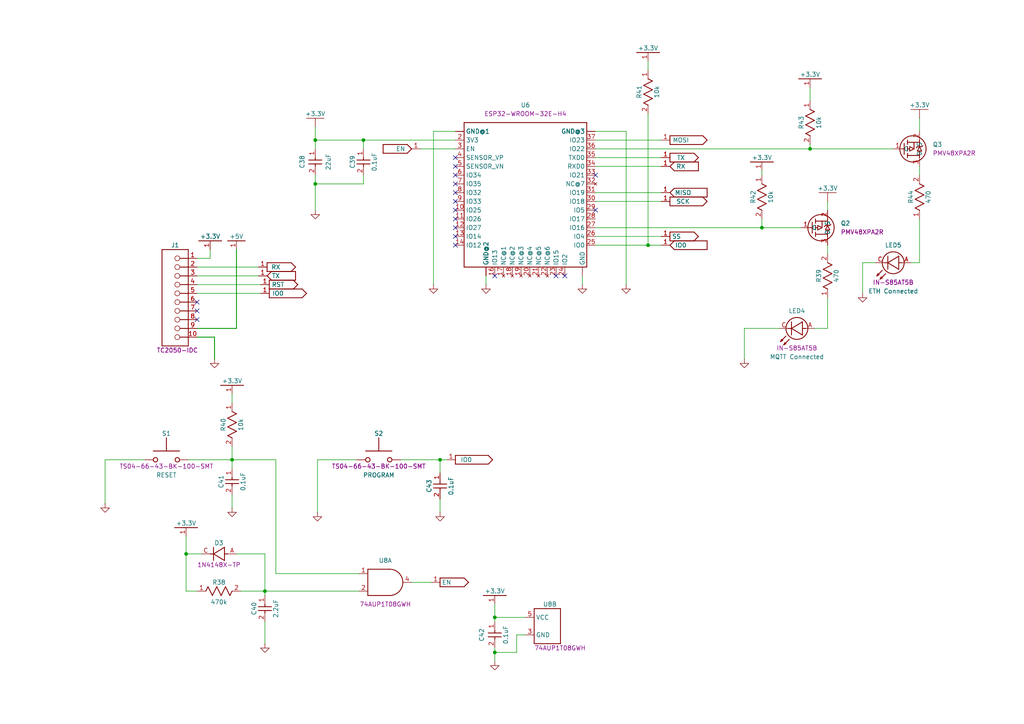
<source format=kicad_sch>
(kicad_sch (version 20231120) (generator "eeschema") (generator_version "8.0")
  (paper "A4")
  (lib_symbols
    (symbol "LED_Controller_Hardware-eagle-import:+3.3V" (power)
      (symbol "+3.3V_1_0"
        (polyline (pts (xy -3.334 3.81) (xy 3.334 3.81)) (stroke (width 0.25)))
        (pin power_in line (at 0 1.27 90) (length 2.54) (name "+3.3V") (number "1"))
      )
    )
    (symbol "LED_Controller_Hardware-eagle-import:+5V" (power)
      (symbol "+5V_1_0"
        (polyline (pts (xy -2.54 3.81) (xy 2.54 3.81)) (stroke (width 0.25)))
        (pin power_in line (at 0 1.27 90) (length 2.54) (name "+5V") (number "1"))
      )
    )
    (symbol "LED_Controller_Hardware-eagle-import:1N4148X"
      (symbol "1N4148X_1_0"
        (polyline (pts (xy -2.54 0) (xy -1.6 0)) (stroke (width 0.25)))
        (polyline (pts (xy -1.6 -1.905) (xy 1.575 0)) (stroke (width 0.25)))
        (polyline (pts (xy -1.6 1.905) (xy -1.6 -1.905)) (stroke (width 0.25)))
        (polyline (pts (xy 1.575 -1.905) (xy 1.575 1.905)) (stroke (width 0.25)))
        (polyline (pts (xy 1.575 0) (xy -1.6 1.905)) (stroke (width 0.25)))
        (polyline (pts (xy 1.575 0) (xy 2.54 0)) (stroke (width 0.25)))
        (pin passive line (at -5.08 0 0) (length 2.54) (name "A") (number "A"))
        (pin passive line (at 5.08 0 180) (length 2.54) (name "C") (number "C"))
      )
    )
    (symbol "LED_Controller_Hardware-eagle-import:CAP-0603"
      (symbol "CAP-0603_1_0"
        (polyline (pts (xy -1.905 -0.552) (xy 1.905 -0.552)) (stroke (width 0.25)))
        (polyline (pts (xy -1.905 0.559) (xy 1.905 0.559)) (stroke (width 0.25)))
        (polyline (pts (xy 0 -0.61) (xy 0 -1.276)) (stroke (width 0.25)))
        (polyline (pts (xy 0 1.245) (xy 0 0.61)) (stroke (width 0.25)))
        (pin passive line (at 0 3.81 270) (length 2.54) (name "1") (number "1"))
        (pin passive line (at 0 -3.81 90) (length 2.54) (name "2") (number "2"))
      )
    )
    (symbol "LED_Controller_Hardware-eagle-import:EN" (power)
      (symbol "EN_1_0"
        (polyline (pts (xy -8.255 -1.27) (xy -8.255 1.27)) (stroke (width 0.25)))
        (polyline (pts (xy -1.27 -1.27) (xy -8.255 -1.27)) (stroke (width 0.25)))
        (polyline (pts (xy -1.27 1.27) (xy -8.255 1.27)) (stroke (width 0.25)))
        (polyline (pts (xy 0 0) (xy -1.27 -1.27)) (stroke (width 0.25)))
        (polyline (pts (xy 0 0) (xy -1.27 1.27)) (stroke (width 0.25)))
        (pin power_in line (at 2.54 0 180) (length 2.54) (name "1") (number "1"))
      )
    )
    (symbol "LED_Controller_Hardware-eagle-import:EN_14" (power)
      (symbol "EN_14_1_0"
        (polyline (pts (xy 0 -1.27) (xy 0 1.27)) (stroke (width 0.25)))
        (polyline (pts (xy 0 -1.27) (xy 6.985 -1.27)) (stroke (width 0.25)))
        (polyline (pts (xy 0 1.27) (xy 6.985 1.27)) (stroke (width 0.25)))
        (polyline (pts (xy 6.985 -1.27) (xy 8.255 0)) (stroke (width 0.25)))
        (polyline (pts (xy 6.985 1.27) (xy 8.255 0)) (stroke (width 0.25)))
        (pin power_in line (at -2.54 0 0) (length 2.54) (name "1") (number "1"))
      )
    )
    (symbol "LED_Controller_Hardware-eagle-import:IO0" (power)
      (symbol "IO0_1_0"
        (polyline (pts (xy 0 -1.27) (xy 0 1.27)) (stroke (width 0.25)))
        (polyline (pts (xy 0 -1.27) (xy 9.525 -1.27)) (stroke (width 0.25)))
        (polyline (pts (xy 0 1.27) (xy 9.525 1.27)) (stroke (width 0.25)))
        (polyline (pts (xy 9.525 -1.27) (xy 10.795 0)) (stroke (width 0.25)))
        (polyline (pts (xy 9.525 1.27) (xy 10.795 0)) (stroke (width 0.25)))
        (pin power_in line (at -2.54 0 0) (length 2.54) (name "1") (number "1"))
      )
    )
    (symbol "LED_Controller_Hardware-eagle-import:IO0_59" (power)
      (symbol "IO0_59_1_0"
        (polyline (pts (xy 0 0) (xy 1.27 -1.27)) (stroke (width 0.25)))
        (polyline (pts (xy 0 0) (xy 1.27 1.27)) (stroke (width 0.25)))
        (polyline (pts (xy 1.27 -1.27) (xy 10.795 -1.27)) (stroke (width 0.25)))
        (polyline (pts (xy 1.27 1.27) (xy 10.795 1.27)) (stroke (width 0.25)))
        (polyline (pts (xy 10.795 -1.27) (xy 10.795 1.27)) (stroke (width 0.25)))
        (pin power_in line (at -2.54 0 0) (length 2.54) (name "1") (number "1"))
      )
    )
    (symbol "LED_Controller_Hardware-eagle-import:MISO" (power)
      (symbol "MISO_1_0"
        (polyline (pts (xy -10.795 -1.27) (xy -10.795 1.27)) (stroke (width 0.25)))
        (polyline (pts (xy -1.27 -1.27) (xy -10.795 -1.27)) (stroke (width 0.25)))
        (polyline (pts (xy -1.27 1.27) (xy -10.795 1.27)) (stroke (width 0.25)))
        (polyline (pts (xy 0 0) (xy -1.27 -1.27)) (stroke (width 0.25)))
        (polyline (pts (xy 0 0) (xy -1.27 1.27)) (stroke (width 0.25)))
        (pin power_in line (at 2.54 0 180) (length 2.54) (name "1") (number "1"))
      )
    )
    (symbol "LED_Controller_Hardware-eagle-import:MOSI" (power)
      (symbol "MOSI_1_0"
        (polyline (pts (xy 0 -1.27) (xy 0 1.27)) (stroke (width 0.25)))
        (polyline (pts (xy 0 -1.27) (xy 9.525 -1.27)) (stroke (width 0.25)))
        (polyline (pts (xy 0 1.27) (xy 9.525 1.27)) (stroke (width 0.25)))
        (polyline (pts (xy 9.525 -1.27) (xy 10.795 0)) (stroke (width 0.25)))
        (polyline (pts (xy 9.525 1.27) (xy 10.795 0)) (stroke (width 0.25)))
        (pin power_in line (at -2.54 0 0) (length 2.54) (name "1") (number "1"))
      )
    )
    (symbol "LED_Controller_Hardware-eagle-import:PROGRAM"
      (symbol "PROGRAM_1_0"
        (circle (center -3.175 0) (radius 0.635) (stroke (width 0.254)))
        (polyline (pts (xy -3.81 2.54) (xy 3.81 2.54)) (stroke (width 0.25)))
        (polyline (pts (xy 0 2.54) (xy 0 6.35)) (stroke (width 0.25)))
        (circle (center 3.175 0) (radius 0.635) (stroke (width 0.254)))
        (pin passive line (at 6.35 0 180) (length 2.54) (name "2") (number "1"))
        (pin passive line (at -6.35 0 0) (length 2.54) (name "1") (number "2"))
        (pin passive line (at 6.35 0 180) (length 2.54) (name "2") (number "3"))
        (pin passive line (at -6.35 0 0) (length 2.54) (name "1") (number "4"))
      )
    )
    (symbol "LED_Controller_Hardware-eagle-import:RES-0603"
      (symbol "RES-0603_1_0"
        (polyline (pts (xy -3.81 0) (xy -3.175 1.27)) (stroke (width 0.25)))
        (polyline (pts (xy -3.175 1.27) (xy -1.905 -1.27)) (stroke (width 0.25)))
        (polyline (pts (xy -1.905 -1.27) (xy -0.635 1.27)) (stroke (width 0.25)))
        (polyline (pts (xy -0.635 1.27) (xy 0.635 -1.27)) (stroke (width 0.25)))
        (polyline (pts (xy 0.635 -1.27) (xy 1.905 1.27)) (stroke (width 0.25)))
        (polyline (pts (xy 1.905 1.27) (xy 3.175 -1.27)) (stroke (width 0.25)))
        (polyline (pts (xy 3.175 -1.27) (xy 3.81 0)) (stroke (width 0.25)))
        (pin passive line (at -6.35 0 0) (length 2.54) (name "1") (number "1"))
        (pin passive line (at 6.35 0 180) (length 2.54) (name "2") (number "2"))
      )
    )
    (symbol "LED_Controller_Hardware-eagle-import:RESET"
      (symbol "RESET_1_0"
        (circle (center -3.175 0) (radius 0.635) (stroke (width 0.254)))
        (polyline (pts (xy -3.81 2.54) (xy 3.81 2.54)) (stroke (width 0.25)))
        (polyline (pts (xy 0 2.54) (xy 0 6.35)) (stroke (width 0.25)))
        (circle (center 3.175 0) (radius 0.635) (stroke (width 0.254)))
        (pin passive line (at 6.35 0 180) (length 2.54) (name "2") (number "1"))
        (pin passive line (at -6.35 0 0) (length 2.54) (name "1") (number "2"))
        (pin passive line (at 6.35 0 180) (length 2.54) (name "2") (number "3"))
        (pin passive line (at -6.35 0 0) (length 2.54) (name "1") (number "4"))
      )
    )
    (symbol "LED_Controller_Hardware-eagle-import:RST" (power)
      (symbol "RST_1_0"
        (polyline (pts (xy 0 -1.27) (xy 0 1.27)) (stroke (width 0.25)))
        (polyline (pts (xy 0 -1.27) (xy 6.985 -1.27)) (stroke (width 0.25)))
        (polyline (pts (xy 0 1.27) (xy 6.985 1.27)) (stroke (width 0.25)))
        (polyline (pts (xy 6.985 -1.27) (xy 8.255 0)) (stroke (width 0.25)))
        (polyline (pts (xy 6.985 1.27) (xy 8.255 0)) (stroke (width 0.25)))
        (pin power_in line (at -2.54 0 0) (length 2.54) (name "1") (number "1"))
      )
    )
    (symbol "LED_Controller_Hardware-eagle-import:RX" (power)
      (symbol "RX_1_0"
        (polyline (pts (xy 0 -1.27) (xy 0 1.27)) (stroke (width 0.25)))
        (polyline (pts (xy 0 -1.27) (xy 6.985 -1.27)) (stroke (width 0.25)))
        (polyline (pts (xy 0 1.27) (xy 6.985 1.27)) (stroke (width 0.25)))
        (polyline (pts (xy 6.985 -1.27) (xy 8.255 0)) (stroke (width 0.25)))
        (polyline (pts (xy 6.985 1.27) (xy 8.255 0)) (stroke (width 0.25)))
        (pin power_in line (at -2.54 0 0) (length 2.54) (name "1") (number "1"))
      )
    )
    (symbol "LED_Controller_Hardware-eagle-import:RX_159" (power)
      (symbol "RX_159_1_0"
        (polyline (pts (xy 0 0) (xy 1.27 -1.27)) (stroke (width 0.25)))
        (polyline (pts (xy 0 0) (xy 1.27 1.27)) (stroke (width 0.25)))
        (polyline (pts (xy 1.27 -1.27) (xy 8.255 -1.27)) (stroke (width 0.25)))
        (polyline (pts (xy 1.27 1.27) (xy 8.255 1.27)) (stroke (width 0.25)))
        (polyline (pts (xy 8.255 -1.27) (xy 8.255 1.27)) (stroke (width 0.25)))
        (pin power_in line (at -2.54 0 0) (length 2.54) (name "1") (number "1"))
      )
    )
    (symbol "LED_Controller_Hardware-eagle-import:SCK" (power)
      (symbol "SCK_1_0"
        (polyline (pts (xy 0 -1.27) (xy 0 1.27)) (stroke (width 0.25)))
        (polyline (pts (xy 0 -1.27) (xy 9.525 -1.27)) (stroke (width 0.25)))
        (polyline (pts (xy 0 1.27) (xy 9.525 1.27)) (stroke (width 0.25)))
        (polyline (pts (xy 9.525 -1.27) (xy 10.795 0)) (stroke (width 0.25)))
        (polyline (pts (xy 9.525 1.27) (xy 10.795 0)) (stroke (width 0.25)))
        (pin power_in line (at -2.54 0 0) (length 2.54) (name "1") (number "1"))
      )
    )
    (symbol "LED_Controller_Hardware-eagle-import:SS" (power)
      (symbol "SS_1_0"
        (polyline (pts (xy 0 -1.27) (xy 0 1.27)) (stroke (width 0.25)))
        (polyline (pts (xy 0 -1.27) (xy 6.985 -1.27)) (stroke (width 0.25)))
        (polyline (pts (xy 0 1.27) (xy 6.985 1.27)) (stroke (width 0.25)))
        (polyline (pts (xy 6.985 -1.27) (xy 8.255 0)) (stroke (width 0.25)))
        (polyline (pts (xy 6.985 1.27) (xy 8.255 0)) (stroke (width 0.25)))
        (pin power_in line (at -2.54 0 0) (length 2.54) (name "1") (number "1"))
      )
    )
    (symbol "LED_Controller_Hardware-eagle-import:TAG-CONNECT_NL_10-POS_LEGS"
      (symbol "TAG-CONNECT_NL_10-POS_LEGS_1_0"
        (polyline (pts (xy -7.62 -13.97) (xy 0 -13.97)) (stroke (width 0.25)))
        (polyline (pts (xy -7.62 13.97) (xy -7.62 -13.97)) (stroke (width 0.25)))
        (polyline (pts (xy 0 -11.43) (xy -2.413 -11.43)) (stroke (width 0.25)))
        (polyline (pts (xy 0 -8.89) (xy -2.413 -8.89)) (stroke (width 0.25)))
        (polyline (pts (xy 0 -6.35) (xy -2.413 -6.35)) (stroke (width 0.25)))
        (polyline (pts (xy 0 -3.81) (xy -2.413 -3.81)) (stroke (width 0.25)))
        (polyline (pts (xy 0 -1.27) (xy -2.413 -1.27)) (stroke (width 0.25)))
        (polyline (pts (xy 0 1.27) (xy -2.413 1.27)) (stroke (width 0.25)))
        (polyline (pts (xy 0 3.81) (xy -2.413 3.81)) (stroke (width 0.25)))
        (polyline (pts (xy 0 6.35) (xy -2.413 6.35)) (stroke (width 0.25)))
        (polyline (pts (xy 0 8.89) (xy -2.413 8.89)) (stroke (width 0.25)))
        (polyline (pts (xy 0 11.43) (xy -2.413 11.43)) (stroke (width 0.25)))
        (polyline (pts (xy 0 13.97) (xy -7.62 13.97)) (stroke (width 0.25)))
        (polyline (pts (xy 0 13.97) (xy 0 -13.97)) (stroke (width 0.25)))
        (pin passive line (at 2.54 11.43 180) (length 2.54) (name "") (number "1"))
        (pin passive line (at 2.54 -11.43 180) (length 2.54) (name "") (number "10"))
        (pin passive line (at 2.54 8.89 180) (length 2.54) (name "") (number "2"))
        (pin passive line (at 2.54 6.35 180) (length 2.54) (name "") (number "3"))
        (pin passive line (at 2.54 3.81 180) (length 2.54) (name "") (number "4"))
        (pin passive line (at 2.54 1.27 180) (length 2.54) (name "") (number "5"))
        (pin passive line (at 2.54 -1.27 180) (length 2.54) (name "") (number "6"))
        (pin passive line (at 2.54 -3.81 180) (length 2.54) (name "") (number "7"))
        (pin passive line (at 2.54 -6.35 180) (length 2.54) (name "") (number "8"))
        (pin passive line (at 2.54 -8.89 180) (length 2.54) (name "") (number "9"))
      )
      (symbol "TAG-CONNECT_NL_10-POS_LEGS_1_1"
        (circle (center -3.175 -11.43) (radius 0.7184))
        (circle (center -3.175 -8.89) (radius 0.7184))
        (circle (center -3.175 -6.35) (radius 0.7184))
        (circle (center -3.175 -3.81) (radius 0.7184))
        (circle (center -3.175 -1.27) (radius 0.7184))
        (circle (center -3.175 1.27) (radius 0.7184))
        (circle (center -3.175 3.81) (radius 0.7184))
        (circle (center -3.175 6.35) (radius 0.7184))
        (circle (center -3.175 8.89) (radius 0.7184))
        (circle (center -3.175 11.43) (radius 0.7184))
      )
    )
    (symbol "LED_Controller_Hardware-eagle-import:TX" (power)
      (symbol "TX_1_0"
        (polyline (pts (xy 0 0) (xy 1.27 -1.27)) (stroke (width 0.25)))
        (polyline (pts (xy 0 0) (xy 1.27 1.27)) (stroke (width 0.25)))
        (polyline (pts (xy 1.27 -1.27) (xy 8.255 -1.27)) (stroke (width 0.25)))
        (polyline (pts (xy 1.27 1.27) (xy 8.255 1.27)) (stroke (width 0.25)))
        (polyline (pts (xy 8.255 -1.27) (xy 8.255 1.27)) (stroke (width 0.25)))
        (pin power_in line (at -2.54 0 0) (length 2.54) (name "1") (number "1"))
      )
    )
    (symbol "LED_Controller_Hardware-eagle-import:TX_52" (power)
      (symbol "TX_52_1_0"
        (polyline (pts (xy 0 -1.27) (xy 0 1.27)) (stroke (width 0.25)))
        (polyline (pts (xy 0 -1.27) (xy 6.985 -1.27)) (stroke (width 0.25)))
        (polyline (pts (xy 0 1.27) (xy 6.985 1.27)) (stroke (width 0.25)))
        (polyline (pts (xy 6.985 -1.27) (xy 8.255 0)) (stroke (width 0.25)))
        (polyline (pts (xy 6.985 1.27) (xy 8.255 0)) (stroke (width 0.25)))
        (pin power_in line (at -2.54 0 0) (length 2.54) (name "1") (number "1"))
      )
    )
    (symbol "RG_Capacitors:CAP-0603"
      (property "Reference" "C" (at 3.175 0 90))
      (symbol "CAP-0603_1_0"
        (polyline (pts (xy -1.905 -0.552) (xy 1.905 -0.552)) (stroke (width 0.25)))
        (polyline (pts (xy -1.905 0.559) (xy 1.905 0.559)) (stroke (width 0.25)))
        (polyline (pts (xy 0 -0.61) (xy 0 -1.276)) (stroke (width 0.25)))
        (polyline (pts (xy 0 1.245) (xy 0 0.61)) (stroke (width 0.25)))
        (pin passive line (at 0 3.81 270) (length 2.54) (name "1") (number "1"))
        (pin passive line (at 0 -3.81 90) (length 2.54) (name "2") (number "2"))
      )
    )
    (symbol "RG_Controllers:ESP32-WROOM-32E"
      (property "Reference" "U" (at 0 24.13 0))
      (property "Mfg. PN" "ESP32-WROOM-32E-H4" (at 0 21.59 0))
      (symbol "ESP32-WROOM-32E_1_0"
        (polyline (pts (xy -17.78 -21.59) (xy -17.78 20.32)) (stroke (width 0.25)))
        (polyline (pts (xy -17.78 20.32) (xy 17.78 20.32)) (stroke (width 0.25)))
        (polyline (pts (xy 17.78 -21.59) (xy -17.78 -21.59)) (stroke (width 0.25)))
        (polyline (pts (xy 17.78 20.32) (xy 17.78 -21.59)) (stroke (width 0.25)))
        (pin power_in line (at -20.32 17.78 0) (length 2.54) (name "GND@1") (number "1"))
        (pin bidirectional line (at -20.32 -5.08 0) (length 2.54) (name "IO25") (number "10"))
        (pin bidirectional line (at -20.32 -7.62 0) (length 2.54) (name "IO26") (number "11"))
        (pin bidirectional line (at -20.32 -10.16 0) (length 2.54) (name "IO27") (number "12"))
        (pin bidirectional line (at -20.32 -12.7 0) (length 2.54) (name "IO14") (number "13"))
        (pin bidirectional line (at -20.32 -15.24 0) (length 2.54) (name "IO12") (number "14"))
        (pin power_in line (at -11.43 -24.13 90) (length 2.54) (name "GND@2") (number "15"))
        (pin bidirectional line (at -8.89 -24.13 90) (length 2.54) (name "IO13") (number "16"))
        (pin no_connect line (at -6.35 -24.13 90) (length 2.54) (name "NC@1") (number "17"))
        (pin no_connect line (at -3.81 -24.13 90) (length 2.54) (name "NC@2") (number "18"))
        (pin no_connect line (at -1.27 -24.13 90) (length 2.54) (name "NC@3") (number "19"))
        (pin power_in line (at -20.32 15.24 0) (length 2.54) (name "3V3") (number "2"))
        (pin no_connect line (at 1.27 -24.13 90) (length 2.54) (name "NC@4") (number "20"))
        (pin no_connect line (at 3.81 -24.13 90) (length 2.54) (name "NC@5") (number "21"))
        (pin no_connect line (at 6.35 -24.13 90) (length 2.54) (name "NC@6") (number "22"))
        (pin bidirectional line (at 8.89 -24.13 90) (length 2.54) (name "IO15") (number "23"))
        (pin bidirectional line (at 11.43 -24.13 90) (length 2.54) (name "IO2") (number "24"))
        (pin bidirectional line (at 20.32 -15.24 180) (length 2.54) (name "IO0") (number "25"))
        (pin bidirectional line (at 20.32 -12.7 180) (length 2.54) (name "IO4") (number "26"))
        (pin bidirectional line (at 20.32 -10.16 180) (length 2.54) (name "IO16") (number "27"))
        (pin bidirectional line (at 20.32 -7.62 180) (length 2.54) (name "IO17") (number "28"))
        (pin bidirectional line (at 20.32 -5.08 180) (length 2.54) (name "IO5") (number "29"))
        (pin input line (at -20.32 12.7 0) (length 2.54) (name "EN") (number "3"))
        (pin bidirectional line (at 20.32 -2.54 180) (length 2.54) (name "IO18") (number "30"))
        (pin bidirectional line (at 20.32 0 180) (length 2.54) (name "IO19") (number "31"))
        (pin no_connect line (at 20.32 2.54 180) (length 2.54) (name "NC@7") (number "32"))
        (pin bidirectional line (at 20.32 5.08 180) (length 2.54) (name "IO21") (number "33"))
        (pin bidirectional line (at 20.32 7.62 180) (length 2.54) (name "RXD0") (number "34"))
        (pin bidirectional line (at 20.32 10.16 180) (length 2.54) (name "TXD0") (number "35"))
        (pin bidirectional line (at 20.32 12.7 180) (length 2.54) (name "IO22") (number "36"))
        (pin bidirectional line (at 20.32 15.24 180) (length 2.54) (name "IO23") (number "37"))
        (pin power_in line (at -20.32 17.78 0) (length 2.54) (name "GND@1") (number "38"))
        (pin power_in line (at 20.32 17.78 180) (length 2.54) (name "GND@3") (number "38"))
        (pin power_in line (at 20.32 17.78 180) (length 2.54) (name "GND@3") (number "38"))
        (pin power_in line (at 16.51 -24.13 90) (length 2.54) (name "GND") (number "39"))
        (pin input line (at -20.32 10.16 0) (length 2.54) (name "SENSOR_VP") (number "4"))
        (pin power_in line (at 20.32 17.78 180) (length 2.54) (name "GND@3") (number "41"))
        (pin power_in line (at -11.43 -24.13 90) (length 2.54) (name "GND@2") (number "45"))
        (pin power_in line (at -20.32 17.78 0) (length 2.54) (name "GND@1") (number "48"))
        (pin power_in line (at -11.43 -24.13 90) (length 2.54) (name "GND@2") (number "48"))
        (pin input line (at -20.32 7.62 0) (length 2.54) (name "SENSOR_VN") (number "5"))
        (pin input line (at -20.32 5.08 0) (length 2.54) (name "IO34") (number "6"))
        (pin input line (at -20.32 2.54 0) (length 2.54) (name "IO35") (number "7"))
        (pin bidirectional line (at -20.32 0 0) (length 2.54) (name "IO32") (number "8"))
        (pin bidirectional line (at -20.32 -2.54 0) (length 2.54) (name "IO33") (number "9"))
      )
    )
    (symbol "RG_Diode:LED"
      (symbol "LED_1_0"
        (polyline (pts (xy -2.534 0.006) (xy -1.594 0.006)) (stroke (width 0.25)))
        (polyline (pts (xy -1.594 -1.899) (xy 1.581 0.006)) (stroke (width 0.25)))
        (polyline (pts (xy -1.594 1.911) (xy -1.594 -1.899)) (stroke (width 0.25)))
        (polyline (pts (xy 1.581 -1.899) (xy 1.581 1.911)) (stroke (width 0.25)))
        (polyline (pts (xy 1.581 0.006) (xy -1.594 1.911)) (stroke (width 0.25)))
        (polyline (pts (xy 1.581 0.006) (xy 2.546 0.006)) (stroke (width 0.25)))
        (polyline (pts (xy 2.216 3.181) (xy 3.816 4.756)) (stroke (width 0.25)))
        (polyline (pts (xy 3.181 2.216) (xy 4.756 3.816)) (stroke (width 0.25)))
        (polyline (pts (xy 3.181 4.451) (xy 3.486 4.121)) (stroke (width 0.25)))
        (polyline (pts (xy 3.486 4.121) (xy 3.816 4.756)) (stroke (width 0.25)))
        (polyline (pts (xy 3.816 4.756) (xy 3.181 4.451)) (stroke (width 0.25)))
        (polyline (pts (xy 4.121 3.486) (xy 4.451 3.181)) (stroke (width 0.25)))
        (polyline (pts (xy 4.451 3.181) (xy 4.756 3.816)) (stroke (width 0.25)))
        (polyline (pts (xy 4.756 3.816) (xy 4.121 3.486)) (stroke (width 0.25)))
        (circle (center 0.006 0.006) (radius 3.175) (stroke (width 0.254)))
        (pin passive line (at -5.08 0 0) (length 2.54) (name "A") (number "A"))
        (pin passive line (at 5.08 0 180) (length 2.54) (name "C") (number "C"))
      )
    )
    (symbol "RG_FETs:PMV48XPA2R"
      (property "Reference" "Q" (at 4.445 0 90))
      (property "Mfg. PN" "PMV48XPA2R" (at -10.795 -2.54 0))
      (symbol "PMV48XPA2R_1_0"
        (circle (center -0.635 0) (radius 3.81) (stroke (width 0.25)))
        (polyline (pts (xy -3.81 0) (xy -3.175 0)) (stroke (width 0.25)))
        (polyline (pts (xy -3.175 1.587) (xy -3.175 -1.587)) (stroke (width 0.25)))
        (polyline (pts (xy -2.222 -1.905) (xy 1.27 -1.905)) (stroke (width 0.25)))
        (polyline (pts (xy -2.222 -1.27) (xy -2.222 -2.54)) (stroke (width 0.25)))
        (polyline (pts (xy -2.222 0) (xy -1.587 0)) (stroke (width 0.25)))
        (polyline (pts (xy -2.222 0.635) (xy -2.222 -0.635)) (stroke (width 0.25)))
        (polyline (pts (xy -2.222 1.27) (xy -2.222 2.54)) (stroke (width 0.25)))
        (polyline (pts (xy -2.222 1.905) (xy 1.27 1.905)) (stroke (width 0.25)))
        (polyline (pts (xy -1.587 -0.635) (xy -1.587 0.635)) (stroke (width 0.25)))
        (polyline (pts (xy -1.587 0.635) (xy -0.317 0)) (stroke (width 0.25)))
        (polyline (pts (xy -0.317 0) (xy -1.587 -0.635)) (stroke (width 0.25)))
        (polyline (pts (xy -0.317 0) (xy -0.317 1.905)) (stroke (width 0.25)))
        (polyline (pts (xy 0.635 -0.635) (xy 1.27 0.635)) (stroke (width 0.25)))
        (polyline (pts (xy 0.635 0.635) (xy 0.317 0.317)) (stroke (width 0.25)))
        (polyline (pts (xy 1.27 -2.54) (xy 1.27 -0.635)) (stroke (width 0.25)))
        (polyline (pts (xy 1.27 0.635) (xy 1.905 -0.635)) (stroke (width 0.25)))
        (polyline (pts (xy 1.27 2.54) (xy 1.27 0.635)) (stroke (width 0.25)))
        (polyline (pts (xy 1.905 -0.635) (xy 0.635 -0.635)) (stroke (width 0.25)))
        (polyline (pts (xy 1.905 0.635) (xy 0.635 0.635)) (stroke (width 0.25)))
        (polyline (pts (xy 1.905 0.635) (xy 2.222 0.952)) (stroke (width 0.25)))
        (pin passive line (at -6.35 0 0) (length 2.54) (name "G") (number "1"))
        (pin passive line (at 1.27 5.08 270) (length 2.54) (name "S") (number "2"))
        (pin passive line (at 1.27 -5.08 90) (length 2.54) (name "D") (number "3"))
      )
    )
    (symbol "RG_Logic:74AUP1T08GWH"
      (property "Reference" "U" (at 0 5.08 0))
      (property "Mfg. PN" "74AUP1T08GWH" (at 0 -5.08 0))
      (symbol "74AUP1T08GWH_1_0"
        (polyline (pts (xy -5.086 -3.81) (xy 1.264 -3.81)) (stroke (width 0.25)))
        (polyline (pts (xy -5.086 3.81) (xy -5.086 -3.81)) (stroke (width 0.25)))
        (polyline (pts (xy -5.086 3.81) (xy 1.264 3.81)) (stroke (width 0.25)))
        (arc (start 1.264 -3.81) (mid 5.0739 0.0001) (end 1.2638 3.81) (stroke (width 0.25)))
        (pin input line (at -7.62 2.54 0) (length 2.54) (name "A") (number "1"))
        (pin input line (at -7.62 -2.54 0) (length 2.54) (name "C") (number "2"))
        (pin output line (at 7.62 0 180) (length 2.54) (name "Y") (number "4"))
      )
      (symbol "74AUP1T08GWH_2_0"
        (polyline (pts (xy -3.81 -5.08) (xy -3.81 5.08)) (stroke (width 0.25)))
        (polyline (pts (xy -3.81 5.08) (xy 3.81 5.08)) (stroke (width 0.25)))
        (polyline (pts (xy 3.81 -5.08) (xy -3.81 -5.08)) (stroke (width 0.25)))
        (polyline (pts (xy 3.81 5.08) (xy 3.81 -5.08)) (stroke (width 0.25)))
        (pin power_in line (at -6.35 -2.54 0) (length 2.54) (name "GND") (number "3"))
        (pin power_in line (at -6.35 2.54 0) (length 2.54) (name "VCC") (number "5"))
      )
    )
    (symbol "RG_Symbols:V+" (power) (pin_numbers hide) (pin_names (offset 0) hide)
      (property "Value" "V+" (at 0 3.556 0))
      (symbol "V+_0_1"
        (polyline (pts (xy -2.54 2.54) (xy 2.54 2.54)))
        (polyline (pts (xy 0 0) (xy 0 2.54)))
      )
      (symbol "V+_1_1"
        (pin power_in line (at 0 0 90) (length 0) (name "~") (number "1"))
      )
    )
    (symbol "power:GNDS" (power) (pin_numbers hide) (pin_names (offset 0) hide)
      (property "Value" "GNDS" (at 0 -3.81 0))
      (symbol "GNDS_0_1"
        (polyline (pts (xy 0 0) (xy 0 -1.27) (xy 1.27 -1.27) (xy 0 -2.54) (xy -1.27 -1.27) (xy 0 -1.27)))
      )
      (symbol "GNDS_1_1"
        (pin power_in line (at 0 0 270) (length 0) (name "~") (number "1"))
      )
    )
  )
  (junction (at 67.31 133.35))
  (junction (at 220.98 66.04))
  (junction (at 143.51 179.07))
  (junction (at 143.51 189.23))
  (junction (at 234.95 43.18))
  (junction (at 187.96 71.12))
  (junction (at 91.44 40.64))
  (junction (at 53.975 160.655))
  (junction (at 76.835 171.45))
  (junction (at 91.44 53.34))
  (junction (at 105.41 40.64))
  (junction (at 127.635 133.35))
  (no_connect (at 132.08 55.88))
  (no_connect (at 143.51 80.01))
  (no_connect (at 57.15 92.71))
  (no_connect (at 172.72 50.8))
  (no_connect (at 132.08 45.72))
  (no_connect (at 132.08 66.04))
  (no_connect (at 132.08 71.12))
  (no_connect (at 132.08 50.8))
  (no_connect (at 163.83 80.01))
  (no_connect (at 132.08 63.5))
  (no_connect (at 132.08 53.34))
  (no_connect (at 172.72 60.96))
  (no_connect (at 57.15 90.17))
  (no_connect (at 132.08 60.96))
  (no_connect (at 161.29 80.01))
  (no_connect (at 132.08 48.26))
  (no_connect (at 132.08 58.42))
  (no_connect (at 132.08 68.58))
  (no_connect (at 57.15 87.63))
  (wire (pts (xy 220.98 63.5) (xy 220.98 66.04)))
  (wire (pts (xy 57.15 74.93) (xy 60.96 74.93)))
  (wire (pts (xy 67.31 143.51) (xy 67.31 147.32)))
  (wire (pts (xy 30.48 133.35) (xy 30.48 146.05)))
  (wire (pts (xy 91.44 40.64) (xy 105.41 40.64)))
  (wire (pts (xy 172.72 68.58) (xy 191.77 68.58)))
  (wire (pts (xy 264.16 76.2) (xy 266.7 76.2)))
  (wire (pts (xy 234.95 41.91) (xy 234.95 43.18)))
  (wire (pts (xy 127.635 144.78) (xy 127.635 148.59)))
  (wire (pts (xy 57.15 77.47) (xy 74.93 77.47)))
  (wire (pts (xy 91.44 53.34) (xy 91.44 60.96)))
  (wire (pts (xy 57.15 85.09) (xy 75.565 85.09)))
  (wire (pts (xy 92.075 133.35) (xy 103.505 133.35)))
  (wire (pts (xy 187.96 17.78) (xy 187.96 20.32)))
  (wire (pts (xy 234.95 25.4) (xy 234.95 29.21)))
  (wire (pts (xy 127.635 133.35) (xy 129.54 133.35)))
  (wire (pts (xy 80.01 133.35) (xy 67.31 133.35)))
  (wire (pts (xy 53.975 155.575) (xy 53.975 160.655)))
  (wire (pts (xy 172.72 45.72) (xy 191.77 45.72)))
  (wire (pts (xy 240.03 95.25) (xy 240.03 86.36)))
  (wire (pts (xy 172.72 71.12) (xy 187.96 71.12)))
  (wire (pts (xy 68.58 160.655) (xy 76.835 160.655)))
  (wire (pts (xy 240.03 58.42) (xy 240.03 60.96)))
  (wire (pts (xy 76.835 180.34) (xy 76.835 186.69)))
  (wire (pts (xy 172.72 58.42) (xy 191.77 58.42)))
  (wire (pts (xy 172.72 43.18) (xy 234.95 43.18)))
  (wire (pts (xy 105.41 50.8) (xy 105.41 53.34)))
  (wire (pts (xy 152.4 184.15) (xy 149.86 184.15)))
  (wire (pts (xy 143.51 189.23) (xy 143.51 191.77)))
  (wire (pts (xy 215.9 95.25) (xy 226.06 95.25)))
  (wire (pts (xy 69.85 171.45) (xy 76.835 171.45)))
  (wire (pts (xy 149.86 189.23) (xy 143.51 189.23)))
  (wire (pts (xy 41.91 133.35) (xy 30.48 133.35)))
  (wire (pts (xy 172.72 38.1) (xy 181.61 38.1)))
  (wire (pts (xy 234.95 43.18) (xy 259.08 43.18)))
  (wire (pts (xy 68.58 95.25) (xy 68.58 72.39)) (stroke (width 0.25)))
  (wire (pts (xy 143.51 179.07) (xy 143.51 180.34)))
  (wire (pts (xy 92.075 133.35) (xy 92.075 148.59)))
  (wire (pts (xy 187.96 33.02) (xy 187.96 71.12)))
  (wire (pts (xy 57.15 171.45) (xy 53.975 171.45)))
  (wire (pts (xy 105.41 40.64) (xy 105.41 43.18)))
  (wire (pts (xy 60.96 74.93) (xy 60.96 72.39)))
  (wire (pts (xy 62.23 97.79) (xy 62.23 104.14)) (stroke (width 0.25)))
  (wire (pts (xy 254 76.2) (xy 250.19 76.2)))
  (wire (pts (xy 127.635 133.35) (xy 127.635 137.16)))
  (wire (pts (xy 76.835 171.45) (xy 76.835 172.72)))
  (wire (pts (xy 80.01 166.37) (xy 80.01 133.35)))
  (wire (pts (xy 140.97 80.01) (xy 140.97 82.55)))
  (wire (pts (xy 104.14 166.37) (xy 80.01 166.37)))
  (wire (pts (xy 67.31 114.3) (xy 67.31 116.84)))
  (wire (pts (xy 57.15 80.01) (xy 74.93 80.01)))
  (wire (pts (xy 121.92 43.18) (xy 132.08 43.18)))
  (wire (pts (xy 250.19 76.2) (xy 250.19 85.09)))
  (wire (pts (xy 91.44 40.64) (xy 91.44 43.18)))
  (wire (pts (xy 125.73 38.1) (xy 125.73 82.55)))
  (wire (pts (xy 132.08 38.1) (xy 125.73 38.1)))
  (wire (pts (xy 172.72 48.26) (xy 191.77 48.26)))
  (wire (pts (xy 220.98 49.53) (xy 220.98 50.8)))
  (wire (pts (xy 143.51 179.07) (xy 152.4 179.07)))
  (wire (pts (xy 91.44 50.8) (xy 91.44 53.34)))
  (wire (pts (xy 105.41 53.34) (xy 91.44 53.34)))
  (wire (pts (xy 181.61 38.1) (xy 181.61 82.55)))
  (wire (pts (xy 168.91 80.01) (xy 168.91 82.55)))
  (wire (pts (xy 149.86 184.15) (xy 149.86 189.23)))
  (wire (pts (xy 187.96 71.12) (xy 191.77 71.12)))
  (wire (pts (xy 266.7 34.29) (xy 266.7 38.1)))
  (wire (pts (xy 53.975 171.45) (xy 53.975 160.655)))
  (wire (pts (xy 143.51 187.96) (xy 143.51 189.23)))
  (wire (pts (xy 57.15 97.79) (xy 62.23 97.79)) (stroke (width 0.25)))
  (wire (pts (xy 104.14 171.45) (xy 76.835 171.45)))
  (wire (pts (xy 67.31 133.35) (xy 67.31 135.89)))
  (wire (pts (xy 116.205 133.35) (xy 127.635 133.35)))
  (wire (pts (xy 266.7 76.2) (xy 266.7 63.5)))
  (wire (pts (xy 266.7 48.26) (xy 266.7 50.8)))
  (wire (pts (xy 172.72 66.04) (xy 220.98 66.04)))
  (wire (pts (xy 220.98 66.04) (xy 232.41 66.04)))
  (wire (pts (xy 76.835 160.655) (xy 76.835 171.45)))
  (wire (pts (xy 105.41 40.64) (xy 132.08 40.64)))
  (wire (pts (xy 67.31 133.35) (xy 67.31 129.54)))
  (wire (pts (xy 240.03 73.66) (xy 240.03 71.12)))
  (wire (pts (xy 91.44 36.83) (xy 91.44 40.64)))
  (wire (pts (xy 172.72 55.88) (xy 191.77 55.88)))
  (wire (pts (xy 54.61 133.35) (xy 67.31 133.35)))
  (wire (pts (xy 236.22 95.25) (xy 240.03 95.25)))
  (wire (pts (xy 172.72 40.64) (xy 191.77 40.64)))
  (wire (pts (xy 215.9 104.14) (xy 215.9 95.25)))
  (wire (pts (xy 119.38 168.91) (xy 125.095 168.91)))
  (wire (pts (xy 53.975 160.655) (xy 58.42 160.655)))
  (wire (pts (xy 143.51 175.26) (xy 143.51 179.07)))
  (wire (pts (xy 57.15 95.25) (xy 68.58 95.25)) (stroke (width 0.25)))
  (wire (pts (xy 75.565 82.55) (xy 57.15 82.55)))
  (symbol (lib_id "RG_Symbols:V+") (at 91.44 36.83 0) (unit 1)
    (property "Reference" "#PWR041" (effects (hide yes)))
    (property "Value" "+3.3V" (at 91.44 33.02 0))
    (property "Description" "Power symbol creates a global label with name \"+1V0\"" (effects (hide yes)))
  )
  (symbol (lib_id "power:GNDS") (at 67.31 147.32 0) (unit 1)
    (property "Reference" "#PWR043" (effects (hide yes)))
    (property "Value" "GNDS" (effects (hide yes)))
    (property "Description" "Power symbol creates a global label with name \"GNDS\" , signal ground" (effects (hide yes)))
  )
  (symbol (lib_id "RG_Logic:74AUP1T08GWH") (at 111.76 168.91 0) (unit 1)
    (property "Reference" "U8" (at 111.76 162.56 0))
    (property "Value" "74AUP1T08GWH" (effects (hide yes)))
    (property "Footprint" "RG_TO_SOT_SMD:SOT23-5P65" (effects (hide yes)))
    (property "Datasheet" "https://assets.nexperia.com/documents/data-sheet/74AUP1T08.pdf" (effects (hide yes)))
    (property "Mfg." "Nexperia USA Inc." (effects (hide yes)))
    (property "Mfg. PN" "74AUP1T08GWH" (at 111.76 175.26 0))
    (property "Distributor" "Digikey" (effects (hide yes)))
    (property "Distributor PN" "1727-7724-2-ND" (effects (hide yes)))
  )
  (symbol (lib_id "LED_Controller_Hardware-eagle-import:IO0") (at 132.08 133.35 0) (unit 1)
    (property "Reference" "#NetPort093" (effects (hide yes)))
    (property "Value" "IO0" (at 135.255 133.35 0))
  )
  (symbol (lib_id "LED_Controller_Hardware-eagle-import:+5V") (at 68.58 73.66 0) (unit 1)
    (property "Reference" "#NetPort088" (effects (hide yes)))
    (property "Value" "+5V" (at 68.58 68.58 0))
  )
  (symbol (lib_id "LED_Controller_Hardware-eagle-import:RES-0603") (at 234.95 35.56 270) (unit 1)
    (property "Reference" "R43" (at 232.41 35.56 0))
    (property "Value" "10k" (at 237.49 35.56 0))
    (property "Footprint" "RG_Resistors_SMD:0603" (effects (hide yes)))
    (property "Description" "RES-0603" (effects (hide yes)))
    (property "Mfg." "Stackpole Electronics Inc" (effects (hide yes)))
    (property "Mfg. PN" "RMCF0603FT10K0" (effects (hide yes)))
    (property "Distributor" "Digikey" (effects (hide yes)))
    (property "Distributor PN" "RMCF0603FT10K0TR-ND" (effects (hide yes)))
  )
  (symbol (lib_id "RG_Controllers:ESP32-WROOM-32E") (at 152.4 55.88 0) (unit 1)
    (property "Reference" "U6" (at 152.4 30.48 0))
    (property "Value" "ESP32-WROOM-32E" (effects (hide yes)))
    (property "Footprint" "RG_Modules:ESP32-WROOM_PCBANT" (effects (hide yes)))
    (property "Datasheet" "https://www.espressif.com/sites/default/files/documentation/esp32-wroom-32e_esp32-wroom-32ue_datasheet_en.pdf" (effects (hide yes)))
    (property "Description" "ESP32 w/ PCB Antenna" (effects (hide yes)))
    (property "Mfg." "Expressif" (effects (hide yes)))
    (property "Mfg. PN" "ESP32-WROOM-32E-H4" (at 152.4 33.02 0))
    (property "Distributor" "Digikey" (effects (hide yes)))
    (property "Distributor PN" "1965-ESP32-WROOM-32E-H4TR-ND" (effects (hide yes)))
  )
  (symbol (lib_id "LED_Controller_Hardware-eagle-import:RES-0603") (at 266.7 57.15 90) (unit 1)
    (property "Reference" "R44" (at 264.16 57.15 0))
    (property "Value" "470" (at 269.24 57.15 0))
    (property "Footprint" "RG_Resistors_SMD:0603" (effects (hide yes)))
    (property "Description" "RES-0603" (effects (hide yes)))
    (property "Mfg." "Stackpole Electronics Inc" (effects (hide yes)))
    (property "Mfg. PN" "RMCF0603FT470R" (effects (hide yes)))
    (property "Distributor" "Digikey" (effects (hide yes)))
    (property "Distributor PN" "RMCF0603FT470RTR-ND" (effects (hide yes)))
  )
  (symbol (lib_id "LED_Controller_Hardware-eagle-import:PROGRAM") (at 109.855 133.35 0) (unit 1)
    (property "Reference" "S2" (at 109.855 125.73 0))
    (property "Value" "PROGRAM" (at 109.855 137.795 0))
    (property "Footprint" "RG_Switches:SW_TS04-66-65-BK-260-SMT" (effects (hide yes)))
    (property "Datasheet" "https://www.cuidevices.com/product/resource/ts04.pdf" (effects (hide yes)))
    (property "Description" "6 x 6 mm, 6.5 mm Actuator Height, 260 gf, Black, Surface Mount, SPST, Tactile Switch" (effects (hide yes)))
    (property "Mfg." "CUI Devices" (effects (hide yes)))
    (property "Mfg. PN" "TS04-66-43-BK-100-SMT" (at 109.855 135.255 0))
    (property "Distributor" "Digikey" (effects (hide yes)))
    (property "Distributor PN" "2223-TS04-66-43-BK-100-SMT-ND" (effects (hide yes)))
  )
  (symbol (lib_id "power:GNDS") (at 215.9 104.14 0) (unit 1)
    (property "Reference" "#PWR055" (effects (hide yes)))
    (property "Value" "GNDS" (effects (hide yes)))
    (property "Description" "Power symbol creates a global label with name \"GNDS\" , signal ground" (effects (hide yes)))
  )
  (symbol (lib_id "LED_Controller_Hardware-eagle-import:RST") (at 78.105 82.55 0) (unit 1)
    (property "Reference" "#NetPort091" (effects (hide yes)))
    (property "Value" "RST" (at 80.645 82.55 0))
  )
  (symbol (lib_id "power:GNDS") (at 76.835 186.69 0) (unit 1)
    (property "Reference" "#PWR044" (effects (hide yes)))
    (property "Value" "GNDS" (effects (hide yes)))
    (property "Description" "Power symbol creates a global label with name \"GNDS\" , signal ground" (effects (hide yes)))
  )
  (symbol (lib_id "LED_Controller_Hardware-eagle-import:RX") (at 77.47 77.47 0) (unit 1)
    (property "Reference" "#NetPort089" (effects (hide yes)))
    (property "Value" "RX" (at 80.01 77.47 0))
  )
  (symbol (lib_id "LED_Controller_Hardware-eagle-import:CAP-0603") (at 76.835 176.53 0) (unit 1)
    (property "Reference" "C40" (at 73.66 176.53 90))
    (property "Value" "2.2uF" (at 80.01 176.53 90))
    (property "Footprint" "RG_Capacitors_SMD:0603" (effects (hide yes)))
    (property "Description" "CAP-0603" (effects (hide yes)))
    (property "Mfg." "Samsung Electro-Mechanics" (effects (hide yes)))
    (property "Mfg. PN" "CL10A225KP8NNNC" (effects (hide yes)))
    (property "Distributor" "Digikey" (effects (hide yes)))
    (property "Distributor PN" "1276-1085-2-ND" (effects (hide yes)))
  )
  (symbol (lib_id "LED_Controller_Hardware-eagle-import:TX") (at 77.47 80.01 0) (unit 1)
    (property "Reference" "#NetPort090" (effects (hide yes)))
    (property "Value" "TX" (at 80.01 80.01 0))
  )
  (symbol (lib_id "LED_Controller_Hardware-eagle-import:1N4148X") (at 63.5 160.655 180) (unit 1)
    (property "Reference" "D3" (at 63.5 157.48 0))
    (property "Value" "1N4148X" (effects (hide yes)))
    (property "Footprint" "RG_Diode:SOD-523-D" (effects (hide yes)))
    (property "Datasheet" "https://www.mccsemi.com/pdf/Products/1N4148X(SOD-523).PDF" (effects (hide yes)))
    (property "Mfg." "Micro Commercial" (effects (hide yes)))
    (property "Mfg. PN" "1N4148X-TP" (at 63.5 163.83 0))
    (property "Distributor" "Digikey" (effects (hide yes)))
    (property "Distributor PN" "1N4148XTPMSTR-ND" (effects (hide yes)))
  )
  (symbol (lib_id "LED_Controller_Hardware-eagle-import:MOSI") (at 194.31 40.64 0) (unit 1)
    (property "Reference" "#NetPort082" (effects (hide yes)))
    (property "Value" "MOSI" (at 197.485 40.64 0))
  )
  (symbol (lib_id "power:GNDS") (at 92.075 148.59 0) (unit 1)
    (property "Reference" "#PWR054" (effects (hide yes)))
    (property "Value" "GNDS" (effects (hide yes)))
    (property "Description" "Power symbol creates a global label with name \"GNDS\" , signal ground" (effects (hide yes)))
  )
  (symbol (lib_id "RG_Logic:74AUP1T08GWH") (at 158.75 181.61 0) (unit 2)
    (property "Reference" "U8" (at 157.48 175.26 0) (effects (justify left)))
    (property "Value" "74AUP1T08GWH" (effects (hide yes)))
    (property "Footprint" "RG_TO_SOT_SMD:SOT23-5P65" (effects (hide yes)))
    (property "Datasheet" "https://assets.nexperia.com/documents/data-sheet/74AUP1T08.pdf" (effects (hide yes)))
    (property "Mfg." "Nexperia USA Inc." (effects (hide yes)))
    (property "Mfg. PN" "74AUP1T08GWH" (at 154.94 187.96 0) (effects (justify left)))
    (property "Distributor" "Digikey" (effects (hide yes)))
    (property "Distributor PN" "1727-7724-2-ND" (effects (hide yes)))
  )
  (symbol (lib_id "RG_Capacitors:CAP-0603") (at 91.44 46.99 0) (unit 1)
    (property "Reference" "C38" (at 87.63 48.895 90) (effects (justify left)))
    (property "Value" "22uF" (at 95.25 46.99 90))
    (property "Footprint" "RG_Capacitors_SMD:0603" (effects (hide yes)))
    (property "Mfg." "Samsung Electro-Mechanics" (effects (hide yes)))
    (property "Mfg. PN" "CL10A226MP8NUNE" (effects (hide yes)))
    (property "Distributor" "Digikey" (effects (hide yes)))
    (property "Distributor PN" "1276-1274-2-ND" (effects (hide yes)))
  )
  (symbol (lib_id "LED_Controller_Hardware-eagle-import:CAP-0603") (at 143.51 184.15 0) (unit 1)
    (property "Reference" "C42" (at 139.7 184.15 90))
    (property "Value" "0.1uF" (at 146.685 184.15 90))
    (property "Footprint" "RG_Capacitors_SMD:0603" (effects (hide yes)))
    (property "Description" "CAP-0603" (effects (hide yes)))
    (property "Mfg." "Taiyo Yuden" (effects (hide yes)))
    (property "Mfg. PN" "TMK107BJ104KA-T" (effects (hide yes)))
    (property "Distributor" "Digikey" (effects (hide yes)))
    (property "Distributor PN" "587-1245-2-ND" (effects (hide yes)))
  )
  (symbol (lib_id "LED_Controller_Hardware-eagle-import:+3.3V") (at 143.51 176.53 0) (unit 1)
    (property "Reference" "#NetPort077" (effects (hide yes)))
    (property "Value" "+3.3V" (at 143.51 171.45 0))
  )
  (symbol (lib_id "LED_Controller_Hardware-eagle-import:RES-0603") (at 187.96 26.67 270) (unit 1)
    (property "Reference" "R41" (at 185.42 26.67 0))
    (property "Value" "10k" (at 190.5 26.67 0))
    (property "Footprint" "RG_Resistors_SMD:0603" (effects (hide yes)))
    (property "Description" "RES-0603" (effects (hide yes)))
    (property "Mfg." "Stackpole Electronics Inc" (effects (hide yes)))
    (property "Mfg. PN" "RMCF0603FT10K0" (effects (hide yes)))
    (property "Distributor" "Digikey" (effects (hide yes)))
    (property "Distributor PN" "RMCF0603FT10K0TR-ND" (effects (hide yes)))
  )
  (symbol (lib_id "LED_Controller_Hardware-eagle-import:+3.3V") (at 187.96 19.05 0) (unit 1)
    (property "Reference" "#NetPort095" (effects (hide yes)))
    (property "Value" "+3.3V" (at 187.96 13.97 0))
  )
  (symbol (lib_id "power:GNDS") (at 181.61 82.55 0) (unit 1)
    (property "Reference" "#PWR050" (effects (hide yes)))
    (property "Value" "GNDS" (effects (hide yes)))
    (property "Description" "Power symbol creates a global label with name \"GNDS\" , signal ground" (effects (hide yes)))
  )
  (symbol (lib_id "LED_Controller_Hardware-eagle-import:IO0_59") (at 194.31 71.12 0) (unit 1)
    (property "Reference" "#NetPort081" (effects (hide yes)))
    (property "Value" "IO0" (at 197.485 71.12 0))
  )
  (symbol (lib_id "LED_Controller_Hardware-eagle-import:RESET") (at 48.26 133.35 0) (unit 1)
    (property "Reference" "S1" (at 48.26 125.73 0))
    (property "Value" "RESET" (at 48.26 137.795 0))
    (property "Footprint" "RG_Switches:SW_TS04-66-65-BK-260-SMT" (effects (hide yes)))
    (property "Datasheet" "https://www.cuidevices.com/product/resource/ts04.pdf" (effects (hide yes)))
    (property "Description" "SWITCH TACTILE SPST-NO 0.05A 12V" (effects (hide yes)))
    (property "Mfg." "CUI Devices" (effects (hide yes)))
    (property "Mfg. PN" "TS04-66-43-BK-100-SMT" (at 48.26 135.255 0))
    (property "Distributor" "Digikey" (effects (hide yes)))
    (property "Distributor PN" "2223-TS04-66-43-BK-100-SMT-ND" (effects (hide yes)))
  )
  (symbol (lib_id "LED_Controller_Hardware-eagle-import:+3.3V") (at 67.31 115.57 0) (unit 1)
    (property "Reference" "#NetPort094" (effects (hide yes)))
    (property "Value" "+3.3V" (at 67.31 110.49 0))
  )
  (symbol (lib_id "LED_Controller_Hardware-eagle-import:EN") (at 119.38 43.18 0) (unit 1)
    (property "Reference" "#NetPort079" (effects (hide yes)))
    (property "Value" "EN" (at 116.205 43.18 0))
  )
  (symbol (lib_id "power:GNDS") (at 30.48 146.05 0) (unit 1)
    (property "Reference" "#PWR051" (effects (hide yes)))
    (property "Value" "GNDS" (effects (hide yes)))
    (property "Description" "Power symbol creates a global label with name \"GNDS\" , signal ground" (effects (hide yes)))
  )
  (symbol (lib_id "LED_Controller_Hardware-eagle-import:RES-0603") (at 67.31 123.19 270) (unit 1)
    (property "Reference" "R40" (at 64.77 123.19 0))
    (property "Value" "10k" (at 69.85 123.19 0))
    (property "Footprint" "RG_Resistors_SMD:0603" (effects (hide yes)))
    (property "Description" "RES-0603" (effects (hide yes)))
    (property "Mfg." "Stackpole Electronics Inc" (effects (hide yes)))
    (property "Mfg. PN" "RMCF0603FT10K0" (effects (hide yes)))
    (property "Distributor" "Digikey" (effects (hide yes)))
    (property "Distributor PN" "RMCF0603FT10K0TR-ND" (effects (hide yes)))
  )
  (symbol (lib_id "LED_Controller_Hardware-eagle-import:SS") (at 194.31 68.58 0) (unit 1)
    (property "Reference" "#NetPort080" (effects (hide yes)))
    (property "Value" "SS" (at 196.215 68.58 0))
  )
  (symbol (lib_id "LED_Controller_Hardware-eagle-import:IO0") (at 78.105 85.09 0) (unit 1)
    (property "Reference" "#NetPort092" (effects (hide yes)))
    (property "Value" "IO0" (at 80.645 85.09 0))
  )
  (symbol (lib_id "power:GNDS") (at 91.44 60.96 0) (unit 1)
    (property "Reference" "#PWR042" (effects (hide yes)))
    (property "Value" "GNDS" (effects (hide yes)))
    (property "Description" "Power symbol creates a global label with name \"GNDS\" , signal ground" (effects (hide yes)))
  )
  (symbol (lib_id "LED_Controller_Hardware-eagle-import:SCK") (at 194.31 58.42 0) (unit 1)
    (property "Reference" "#NetPort086" (effects (hide yes)))
    (property "Value" "SCK" (at 198.12 58.42 0))
  )
  (symbol (lib_id "LED_Controller_Hardware-eagle-import:CAP-0603") (at 105.41 46.99 0) (unit 1)
    (property "Reference" "C39" (at 102.235 46.99 90))
    (property "Value" "0.1uF" (at 108.585 46.99 90))
    (property "Footprint" "RG_Capacitors_SMD:0603" (effects (hide yes)))
    (property "Description" "CAP-0603" (effects (hide yes)))
    (property "Mfg." "Taiyo Yuden" (effects (hide yes)))
    (property "Mfg. PN" "TMK107BJ104KA-T" (effects (hide yes)))
    (property "Distributor" "Digikey" (effects (hide yes)))
    (property "Distributor PN" "587-1245-2-ND" (effects (hide yes)))
  )
  (symbol (lib_id "LED_Controller_Hardware-eagle-import:TAG-CONNECT_NL_10-POS_LEGS") (at 54.61 86.36 0) (unit 1)
    (property "Reference" "J1" (at 50.8 71.12 0))
    (property "Value" "TAG-CONNECT_NL_10-POS_LEGS" (effects (hide yes)))
    (property "Footprint" "RG_Programmers:TC2050-IDC" (effects (hide yes)))
    (property "Datasheet" "http://www.tag-connect.com/TC2050-IDC-NL" (effects (hide yes)))
    (property "Description" "Tag-Connect_NL 10-Pos Legs" (effects (hide yes)))
    (property "Mfg." "Tag-Connect" (effects (hide yes)))
    (property "Mfg. PN" "TC2050-IDC" (at 51.435 101.6 0))
    (property "Distributor" "Digikey" (effects (hide yes)))
    (property "Distributor PN" "TC2050-IDC-ND" (effects (hide yes)))
  )
  (symbol (lib_id "LED_Controller_Hardware-eagle-import:RX_159") (at 194.31 48.26 0) (unit 1)
    (property "Reference" "#NetPort084" (effects (hide yes)))
    (property "Value" "RX" (at 197.485 48.26 0))
  )
  (symbol (lib_id "RG_Symbols:V+") (at 240.03 58.42 0) (unit 1)
    (property "Reference" "#PWR046" (effects (hide yes)))
    (property "Value" "+3.3V" (at 240.03 54.61 0))
    (property "Description" "Power symbol creates a global label with name \"+1V0\"" (effects (hide yes)))
  )
  (symbol (lib_id "power:GNDS") (at 250.19 85.09 0) (unit 1)
    (property "Reference" "#PWR057" (effects (hide yes)))
    (property "Value" "GNDS" (effects (hide yes)))
    (property "Description" "Power symbol creates a global label with name \"GNDS\" , signal ground" (effects (hide yes)))
  )
  (symbol (lib_id "power:GNDS") (at 62.23 104.14 0) (unit 1)
    (property "Reference" "#PWR045" (effects (hide yes)))
    (property "Value" "GNDS" (effects (hide yes)))
    (property "Description" "Power symbol creates a global label with name \"GNDS\" , signal ground" (effects (hide yes)))
  )
  (symbol (lib_id "LED_Controller_Hardware-eagle-import:RES-0603") (at 240.03 80.01 90) (unit 1)
    (property "Reference" "R39" (at 237.49 80.01 0))
    (property "Value" "470" (at 242.57 80.01 0))
    (property "Footprint" "RG_Resistors_SMD:0603" (effects (hide yes)))
    (property "Description" "RES-0603" (effects (hide yes)))
    (property "Mfg." "Stackpole Electronics Inc" (effects (hide yes)))
    (property "Mfg. PN" "RMCF0603FT470R" (effects (hide yes)))
    (property "Distributor" "Digikey" (effects (hide yes)))
    (property "Distributor PN" "RMCF0603FT470RTR-ND" (effects (hide yes)))
  )
  (symbol (lib_id "LED_Controller_Hardware-eagle-import:+3.3V") (at 60.96 73.66 0) (unit 1)
    (property "Reference" "#NetPort087" (effects (hide yes)))
    (property "Value" "+3.3V" (at 60.96 68.58 0))
  )
  (symbol (lib_id "LED_Controller_Hardware-eagle-import:EN_14") (at 127.635 168.91 0) (unit 1)
    (property "Reference" "#NetPort078" (effects (hide yes)))
    (property "Value" "EN" (at 129.54 168.91 0))
  )
  (symbol (lib_id "LED_Controller_Hardware-eagle-import:RES-0603") (at 63.5 171.45 0) (unit 1)
    (property "Reference" "R38" (at 63.5 168.91 0))
    (property "Value" "470k" (at 63.5 174.625 0))
    (property "Footprint" "RG_Resistors_SMD:0603" (effects (hide yes)))
    (property "Description" "CAP-0603" (effects (hide yes)))
    (property "Mfg." "Stackpole Electronics Inc" (effects (hide yes)))
    (property "Mfg. PN" "RMCF0603FT470K" (effects (hide yes)))
    (property "Distributor" "Digikey" (effects (hide yes)))
    (property "Distributor PN" "RMCF0603FT470KTR-ND" (effects (hide yes)))
  )
  (symbol (lib_id "RG_Symbols:V+") (at 266.7 34.29 0) (unit 1)
    (property "Reference" "#PWR056" (effects (hide yes)))
    (property "Value" "+3.3V" (at 266.7 30.48 0))
    (property "Description" "Power symbol creates a global label with name \"+1V0\"" (effects (hide yes)))
  )
  (symbol (lib_id "LED_Controller_Hardware-eagle-import:TX_52") (at 194.31 45.72 0) (unit 1)
    (property "Reference" "#NetPort083" (effects (hide yes)))
    (property "Value" "TX" (at 197.485 45.72 0))
  )
  (symbol (lib_id "power:GNDS") (at 168.91 82.55 0) (unit 1)
    (property "Reference" "#PWR047" (effects (hide yes)))
    (property "Value" "GNDS" (effects (hide yes)))
    (property "Description" "Power symbol creates a global label with name \"GNDS\" , signal ground" (effects (hide yes)))
  )
  (symbol (lib_id "power:GNDS") (at 127.635 148.59 0) (unit 1)
    (property "Reference" "#PWR053" (effects (hide yes)))
    (property "Value" "GNDS" (effects (hide yes)))
    (property "Description" "Power symbol creates a global label with name \"GNDS\" , signal ground" (effects (hide yes)))
  )
  (symbol (lib_id "LED_Controller_Hardware-eagle-import:+3.3V") (at 234.95 26.67 0) (unit 1)
    (property "Reference" "#NetPort097" (effects (hide yes)))
    (property "Value" "+3.3V" (at 234.95 21.59 0))
  )
  (symbol (lib_id "LED_Controller_Hardware-eagle-import:+3.3V") (at 53.975 156.845 0) (unit 1)
    (property "Reference" "#NetPort075" (effects (hide yes)))
    (property "Value" "+3.3V" (at 53.975 151.765 0))
  )
  (symbol (lib_id "power:GNDS") (at 143.51 191.77 0) (unit 1)
    (property "Reference" "#PWR052" (effects (hide yes)))
    (property "Value" "GNDS" (effects (hide yes)))
    (property "Description" "Power symbol creates a global label with name \"GNDS\" , signal ground" (effects (hide yes)))
  )
  (symbol (lib_id "LED_Controller_Hardware-eagle-import:CAP-0603") (at 67.31 139.7 0) (unit 1)
    (property "Reference" "C41" (at 64.135 139.7 90))
    (property "Value" "0.1uF" (at 70.485 139.7 90))
    (property "Footprint" "RG_Capacitors_SMD:0603" (effects (hide yes)))
    (property "Description" "CAP-0603" (effects (hide yes)))
    (property "Mfg." "Taiyo Yuden" (effects (hide yes)))
    (property "Mfg. PN" "TMK107BJ104KA-T" (effects (hide yes)))
    (property "Distributor" "Digikey" (effects (hide yes)))
    (property "Distributor PN" "587-1245-2-ND" (effects (hide yes)))
  )
  (symbol (lib_id "RG_Diode:LED") (at 259.08 76.2 180) (unit 1)
    (property "Reference" "LED5" (at 259.08 71.12 0))
    (property "Value" "ETH Connected" (at 259.08 84.455 0))
    (property "Footprint" "RG_Diode:0805-D" (effects (hide yes)))
    (property "Datasheet" "https://www.inolux-corp.com/datasheet/SMDLED/Mono%20Color%20Top%20View/IN-S85AT%20Series_V1.1.pdf" (effects (hide yes)))
    (property "Mfg." "Inolux" (effects (hide yes)))
    (property "Mfg. PN" "IN-S85AT5B" (at 259.08 81.915 0))
    (property "Distributor" "Digikey" (effects (hide yes)))
    (property "Distributor PN" "1830-1078-2-ND" (effects (hide yes)))
  )
  (symbol (lib_id "LED_Controller_Hardware-eagle-import:RES-0603") (at 220.98 57.15 270) (unit 1)
    (property "Reference" "R42" (at 218.44 57.15 0))
    (property "Value" "10k" (at 223.52 57.15 0))
    (property "Footprint" "RG_Resistors_SMD:0603" (effects (hide yes)))
    (property "Description" "RES-0603" (effects (hide yes)))
    (property "Mfg." "Stackpole Electronics Inc" (effects (hide yes)))
    (property "Mfg. PN" "RMCF0603FT10K0" (effects (hide yes)))
    (property "Distributor" "Digikey" (effects (hide yes)))
    (property "Distributor PN" "RMCF0603FT10K0TR-ND" (effects (hide yes)))
  )
  (symbol (lib_id "LED_Controller_Hardware-eagle-import:CAP-0603") (at 127.635 140.97 0) (unit 1)
    (property "Reference" "C43" (at 124.46 140.97 90))
    (property "Value" "0.1uF" (at 130.81 140.97 90))
    (property "Footprint" "RG_Capacitors_SMD:0603" (effects (hide yes)))
    (property "Description" "CAP-0603" (effects (hide yes)))
    (property "Mfg." "Taiyo Yuden" (effects (hide yes)))
    (property "Mfg. PN" "TMK107BJ104KA-T" (effects (hide yes)))
    (property "Distributor" "Digikey" (effects (hide yes)))
    (property "Distributor PN" "587-1245-2-ND" (effects (hide yes)))
  )
  (symbol (lib_id "power:GNDS") (at 125.73 82.55 0) (unit 1)
    (property "Reference" "#PWR049" (effects (hide yes)))
    (property "Value" "GNDS" (effects (hide yes)))
    (property "Description" "Power symbol creates a global label with name \"GNDS\" , signal ground" (effects (hide yes)))
  )
  (symbol (lib_id "power:GNDS") (at 140.97 82.55 0) (unit 1)
    (property "Reference" "#PWR048" (effects (hide yes)))
    (property "Value" "GNDS" (effects (hide yes)))
    (property "Description" "Power symbol creates a global label with name \"GNDS\" , signal ground" (effects (hide yes)))
  )
  (symbol (lib_id "RG_FETs:PMV48XPA2R") (at 265.43 43.18 0) (unit 1)
    (property "Reference" "Q3" (at 270.51 41.9099 0) (effects (justify left)))
    (property "Value" "PMV48XPA2R" (effects (hide yes)))
    (property "Footprint" "RG_TO_SOT_SMD:SOT23-3P95" (effects (hide yes)))
    (property "Datasheet" "https://assets.nexperia.com/documents/data-sheet/PMV48XPA2.pdf" (effects (hide yes)))
    (property "Mfg." "Nexperia USA Inc." (effects (hide yes)))
    (property "Mfg. PN" "PMV48XPA2R" (at 270.51 44.4499 0) (effects (justify left)))
    (property "Distributor" "Digikey" (effects (hide yes)))
    (property "Distributor PN" "1727-PMV48XPA2RTR-ND" (effects (hide yes)))
  )
  (symbol (lib_id "RG_FETs:PMV48XPA2R") (at 238.76 66.04 0) (unit 1)
    (property "Reference" "Q2" (at 243.84 64.7699 0) (effects (justify left)))
    (property "Value" "PMV48XPA2R" (effects (hide yes)))
    (property "Footprint" "RG_TO_SOT_SMD:SOT23-3P95" (effects (hide yes)))
    (property "Datasheet" "https://assets.nexperia.com/documents/data-sheet/PMV48XPA2.pdf" (effects (hide yes)))
    (property "Mfg." "Nexperia USA Inc." (effects (hide yes)))
    (property "Mfg. PN" "PMV48XPA2R" (at 243.84 67.3099 0) (effects (justify left)))
    (property "Distributor" "Digikey" (effects (hide yes)))
    (property "Distributor PN" "1727-PMV48XPA2RTR-ND" (effects (hide yes)))
  )
  (symbol (lib_id "LED_Controller_Hardware-eagle-import:+3.3V") (at 220.98 50.8 0) (unit 1)
    (property "Reference" "#NetPort096" (effects (hide yes)))
    (property "Value" "+3.3V" (at 220.98 45.72 0))
  )
  (symbol (lib_id "RG_Diode:LED") (at 231.14 95.25 180) (unit 1)
    (property "Reference" "LED4" (at 231.14 90.17 0))
    (property "Value" "MQTT Connected" (at 231.14 103.505 0))
    (property "Footprint" "RG_Diode:0805-D" (effects (hide yes)))
    (property "Datasheet" "https://www.inolux-corp.com/datasheet/SMDLED/Mono%20Color%20Top%20View/IN-S85AT%20Series_V1.1.pdf" (effects (hide yes)))
    (property "Mfg." "Inolux" (effects (hide yes)))
    (property "Mfg. PN" "IN-S85AT5B" (at 231.14 100.965 0))
    (property "Distributor" "Digikey" (effects (hide yes)))
    (property "Distributor PN" "1830-1078-2-ND" (effects (hide yes)))
  )
  (symbol (lib_id "LED_Controller_Hardware-eagle-import:MISO") (at 194.31 55.88 180) (unit 1)
    (property "Reference" "#NetPort085" (effects (hide yes)))
    (property "Value" "MISO" (at 198.12 55.88 0))
  )
)
</source>
